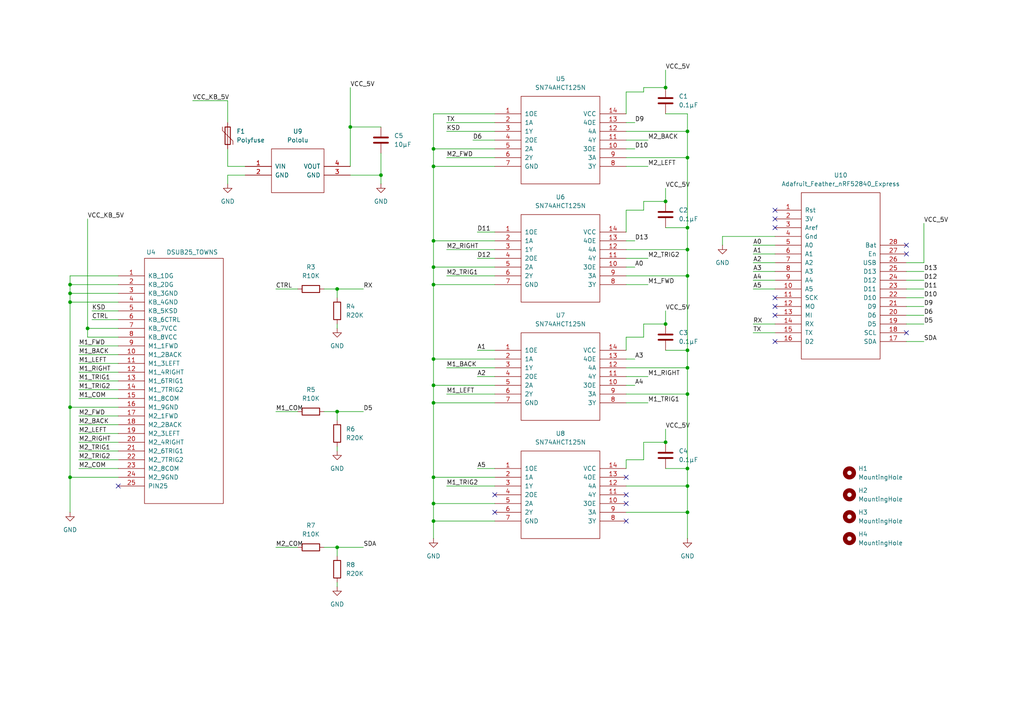
<source format=kicad_sch>
(kicad_sch (version 20250114) (generator "eeschema") (generator_version "9.0")
  (paper "A4")
  (lib_symbols
    (symbol "Device:C" (pin_numbers (hide yes)) (pin_names (offset 0.254))
      (property "Reference" "C" (at 0.635 2.54 0))
      (property "Value" "C" (at 0.635 -2.54 0))
      (symbol "C_0_1"
        (polyline (pts (xy -2.032 0.762) (xy 2.032 0.762)) (stroke (width 0.508)))
        (polyline (pts (xy -2.032 -0.762) (xy 2.032 -0.762)) (stroke (width 0.508)))
      )
      (symbol "C_1_1"
        (pin passive line (at 0 3.81 270) (length 2.794) (name "~") (number "1"))
        (pin passive line (at 0 -3.81 90) (length 2.794) (name "~") (number "2"))
      )
    )
    (symbol "Device:Polyfuse" (pin_numbers (hide yes)) (pin_names (offset 0))
      (property "Reference" "F" (at -2.54 0 90))
      (property "Value" "Polyfuse" (at 2.54 0 90))
      (symbol "Polyfuse_0_1"
        (polyline (pts (xy -1.524 2.54) (xy -1.524 1.524) (xy 1.524 -1.524) (xy 1.524 -2.54)))
        (rectangle (start -0.762 2.54) (end 0.762 -2.54) (stroke (width 0.254)))
        (polyline (pts (xy 0 2.54) (xy 0 -2.54)))
      )
      (symbol "Polyfuse_1_1"
        (pin passive line (at 0 3.81 270) (length 1.27) (name "~") (number "1"))
        (pin passive line (at 0 -3.81 90) (length 1.27) (name "~") (number "2"))
      )
    )
    (symbol "Local_Library:Adafruit_Feather_nRF52840_Express" (pin_names (offset 1.016))
      (property "Reference" "U" (at 0 -2.54 0))
      (property "Value" "Adafruit_Feather_nRF52840_Express" (at 0 2.54 0))
      (symbol "Adafruit_Feather_nRF52840_Express_1_0"
        (rectangle (start -11.43 -24.13) (end 11.43 24.13))
      )
      (symbol "Adafruit_Feather_nRF52840_Express_1_1"
        (pin input line (at -19.05 19.05 0) (length 7.62) (name "Rst") (number "1"))
        (pin input line (at -19.05 16.51 0) (length 7.62) (name "3V") (number "2"))
        (pin input line (at -19.05 13.97 0) (length 7.62) (name "Aref") (number "3"))
        (pin input line (at -19.05 11.43 0) (length 7.62) (name "Gnd") (number "4"))
        (pin input line (at -19.05 8.89 0) (length 7.62) (name "A0") (number "5"))
        (pin input line (at -19.05 6.35 0) (length 7.62) (name "A1") (number "6"))
        (pin input line (at -19.05 3.81 0) (length 7.62) (name "A2") (number "7"))
        (pin input line (at -19.05 1.27 0) (length 7.62) (name "A3") (number "8"))
        (pin input line (at -19.05 -1.27 0) (length 7.62) (name "A4") (number "9"))
        (pin input line (at -19.05 -3.81 0) (length 7.62) (name "A5") (number "10"))
        (pin input line (at -19.05 -6.35 0) (length 7.62) (name "SCK") (number "11"))
        (pin input line (at -19.05 -8.89 0) (length 7.62) (name "MO") (number "12"))
        (pin input line (at -19.05 -11.43 0) (length 7.62) (name "MI") (number "13"))
        (pin input line (at -19.05 -13.97 0) (length 7.62) (name "RX") (number "14"))
        (pin input line (at -19.05 -16.51 0) (length 7.62) (name "TX") (number "15"))
        (pin input line (at -19.05 -19.05 0) (length 7.62) (name "D2") (number "16"))
        (pin input line (at 19.05 8.89 180) (length 7.62) (name "Bat") (number "28"))
        (pin input line (at 19.05 6.35 180) (length 7.62) (name "En") (number "27"))
        (pin input line (at 19.05 3.81 180) (length 7.62) (name "USB") (number "26"))
        (pin input line (at 19.05 1.27 180) (length 7.62) (name "D13") (number "25"))
        (pin input line (at 19.05 -1.27 180) (length 7.62) (name "D12") (number "24"))
        (pin input line (at 19.05 -3.81 180) (length 7.62) (name "D11") (number "23"))
        (pin input line (at 19.05 -6.35 180) (length 7.62) (name "D10") (number "22"))
        (pin input line (at 19.05 -8.89 180) (length 7.62) (name "D9") (number "21"))
        (pin input line (at 19.05 -11.43 180) (length 7.62) (name "D6") (number "20"))
        (pin input line (at 19.05 -13.97 180) (length 7.62) (name "D5") (number "19"))
        (pin input line (at 19.05 -16.51 180) (length 7.62) (name "SCL") (number "18"))
        (pin input line (at 19.05 -19.05 180) (length 7.62) (name "SDA") (number "17"))
      )
    )
    (symbol "Local_Library:DSUB25_TOWNS" (pin_names (offset 1.016))
      (property "Reference" "U" (at 0 -2.54 0))
      (property "Value" "DSUB25_TOWNS" (at 0 2.54 0))
      (symbol "DSUB25_TOWNS_1_0"
        (rectangle (start -11.43 -35.56) (end 11.43 35.56))
      )
      (symbol "DSUB25_TOWNS_1_1"
        (pin input line (at -19.05 30.48 0) (length 7.62) (name "KB_1DG") (number "1"))
        (pin input line (at -19.05 27.94 0) (length 7.62) (name "KB_2DG") (number "2"))
        (pin input line (at -19.05 25.4 0) (length 7.62) (name "KB_3GND") (number "3"))
        (pin input line (at -19.05 22.86 0) (length 7.62) (name "KB_4GND") (number "4"))
        (pin input line (at -19.05 20.32 0) (length 7.62) (name "KB_5KSD") (number "5"))
        (pin input line (at -19.05 17.78 0) (length 7.62) (name "KB_6CTRL") (number "6"))
        (pin input line (at -19.05 15.24 0) (length 7.62) (name "KB_7VCC") (number "7"))
        (pin input line (at -19.05 12.7 0) (length 7.62) (name "KB_8VCC") (number "8"))
        (pin input line (at -19.05 10.16 0) (length 7.62) (name "M1_1FWD") (number "9"))
        (pin input line (at -19.05 7.62 0) (length 7.62) (name "M1_2BACK") (number "10"))
        (pin input line (at -19.05 5.08 0) (length 7.62) (name "M1_3LEFT") (number "11"))
        (pin input line (at -19.05 2.54 0) (length 7.62) (name "M1_4RIGHT") (number "12"))
        (pin input line (at -19.05 0 0) (length 7.62) (name "M1_6TRIG1") (number "13"))
        (pin input line (at -19.05 -2.54 0) (length 7.62) (name "M1_7TRIG2") (number "14"))
        (pin input line (at -19.05 -5.08 0) (length 7.62) (name "M1_8COM") (number "15"))
        (pin input line (at -19.05 -7.62 0) (length 7.62) (name "M1_9GND") (number "16"))
        (pin input line (at -19.05 -10.16 0) (length 7.62) (name "M2_1FWD") (number "17"))
        (pin input line (at -19.05 -12.7 0) (length 7.62) (name "M2_2BACK") (number "18"))
        (pin input line (at -19.05 -15.24 0) (length 7.62) (name "M2_3LEFT") (number "19"))
        (pin input line (at -19.05 -17.78 0) (length 7.62) (name "M2_4RIGHT") (number "20"))
        (pin input line (at -19.05 -20.32 0) (length 7.62) (name "M2_6TRIG1") (number "21"))
        (pin input line (at -19.05 -22.86 0) (length 7.62) (name "M2_7TRIG2") (number "22"))
        (pin input line (at -19.05 -25.4 0) (length 7.62) (name "M2_8COM") (number "23"))
        (pin input line (at -19.05 -27.94 0) (length 7.62) (name "M2_9GND") (number "24"))
        (pin input line (at -19.05 -30.48 0) (length 7.62) (name "PIN25") (number "25"))
      )
    )
    (symbol "Local_Library:MountingHole" (pin_names (offset 1.016)) (exclude_from_sim yes) (in_bom no)
      (property "Reference" "H" (at 0 5.08 0))
      (property "Value" "MountingHole" (at 0 3.175 0))
      (symbol "MountingHole_0_1"
        (circle (center 0 0) (radius 1.27) (stroke (width 1.27)))
      )
    )
    (symbol "Local_Library:Pololu" (pin_names (offset 1.016))
      (property "Reference" "U" (at -3.81 -4.064 0))
      (property "Value" "Pololu" (at -3.81 4.572 0))
      (symbol "Pololu_1_0"
        (rectangle (start -11.43 6.35) (end 3.81 -6.35))
      )
      (symbol "Pololu_1_1"
        (pin power_in line (at -19.05 1.27 0) (length 7.62) (name "VIN") (number "1"))
        (pin input line (at -19.05 -1.27 0) (length 7.62) (name "GND") (number "2"))
        (pin input line (at 11.43 1.27 180) (length 7.62) (name "VOUT") (number "4"))
        (pin input line (at 11.43 -1.27 180) (length 7.62) (name "GND") (number "3"))
      )
    )
    (symbol "Local_Library:R" (pin_numbers (hide yes)) (pin_names (offset 0))
      (property "Reference" "R" (at 2.032 0 90))
      (property "Value" "R" (at 0 0 90))
      (symbol "R_0_1"
        (rectangle (start -1.016 -2.54) (end 1.016 2.54) (stroke (width 0.254)))
      )
      (symbol "R_1_1"
        (pin passive line (at 0 3.81 270) (length 1.27) (name "~") (number "1"))
        (pin passive line (at 0 -3.81 90) (length 1.27) (name "~") (number "2"))
      )
    )
    (symbol "Local_Library:SN74AHCT125N" (pin_names (offset 1.016))
      (property "Reference" "U" (at 0 -2.54 0))
      (property "Value" "SN74AHCT125N" (at 0 2.54 0))
      (symbol "SN74AHCT125N_1_0"
        (rectangle (start -11.43 -12.7) (end 11.43 12.7))
      )
      (symbol "SN74AHCT125N_1_1"
        (pin input line (at -19.05 7.62 0) (length 7.62) (name "1OE") (number "1"))
        (pin input line (at -19.05 5.08 0) (length 7.62) (name "1A") (number "2"))
        (pin input line (at -19.05 2.54 0) (length 7.62) (name "1Y") (number "3"))
        (pin input line (at -19.05 0 0) (length 7.62) (name "2OE") (number "4"))
        (pin input line (at -19.05 -2.54 0) (length 7.62) (name "2A") (number "5"))
        (pin input line (at -19.05 -5.08 0) (length 7.62) (name "2Y") (number "6"))
        (pin input line (at -19.05 -7.62 0) (length 7.62) (name "GND") (number "7"))
        (pin input line (at 19.05 7.62 180) (length 7.62) (name "VCC") (number "14"))
        (pin input line (at 19.05 5.08 180) (length 7.62) (name "4OE") (number "13"))
        (pin input line (at 19.05 2.54 180) (length 7.62) (name "4A") (number "12"))
        (pin input line (at 19.05 0 180) (length 7.62) (name "4Y") (number "11"))
        (pin input line (at 19.05 -2.54 180) (length 7.62) (name "3OE") (number "10"))
        (pin input line (at 19.05 -5.08 180) (length 7.62) (name "3A") (number "9"))
        (pin input line (at 19.05 -7.62 180) (length 7.62) (name "3Y") (number "8"))
      )
    )
    (symbol "power:GND" (power) (pin_numbers (hide yes)) (pin_names (offset 0) (hide yes))
      (property "Value" "GND" (at 0 -3.81 0))
      (symbol "GND_0_1"
        (polyline (pts (xy 0 0) (xy 0 -1.27) (xy 1.27 -1.27) (xy 0 -2.54) (xy -1.27 -1.27) (xy 0 -1.27)))
      )
      (symbol "GND_1_1"
        (pin power_in line (at 0 0 270) (length 0) (name "~") (number "1"))
      )
    )
  )
  (junction (at 125.73 69.85))
  (junction (at 20.32 85.09))
  (junction (at 199.39 66.04))
  (junction (at 199.39 38.1))
  (junction (at 199.39 101.6))
  (junction (at 199.39 106.68))
  (junction (at 125.73 43.18))
  (junction (at 199.39 80.01))
  (junction (at 199.39 72.39))
  (junction (at 97.79 119.38))
  (junction (at 125.73 104.14))
  (junction (at 101.6 36.83))
  (junction (at 125.73 138.43))
  (junction (at 199.39 140.97))
  (junction (at 20.32 138.43))
  (junction (at 193.04 128.27))
  (junction (at 193.04 93.98))
  (junction (at 125.73 116.84))
  (junction (at 199.39 114.3))
  (junction (at 20.32 118.11))
  (junction (at 193.04 25.4))
  (junction (at 110.49 50.8))
  (junction (at 125.73 77.47))
  (junction (at 199.39 135.89))
  (junction (at 20.32 87.63))
  (junction (at 193.04 58.42))
  (junction (at 25.4 95.25))
  (junction (at 199.39 148.59))
  (junction (at 125.73 111.76))
  (junction (at 20.32 82.55))
  (junction (at 97.79 158.75))
  (junction (at 125.73 151.13))
  (junction (at 199.39 45.72))
  (junction (at 125.73 146.05))
  (junction (at 125.73 82.55))
  (junction (at 125.73 48.26))
  (junction (at 97.79 83.82))
  (no_connect (at 224.79 86.36))
  (no_connect (at 34.29 140.97))
  (no_connect (at 262.89 71.12))
  (no_connect (at 224.79 66.04))
  (no_connect (at 181.61 138.43))
  (no_connect (at 181.61 143.51))
  (no_connect (at 224.79 88.9))
  (no_connect (at 224.79 91.44))
  (no_connect (at 181.61 151.13))
  (no_connect (at 143.51 148.59))
  (no_connect (at 262.89 73.66))
  (no_connect (at 181.61 146.05))
  (no_connect (at 224.79 60.96))
  (no_connect (at 224.79 63.5))
  (no_connect (at 262.89 96.52))
  (no_connect (at 224.79 99.06))
  (no_connect (at 143.51 143.51))
  (wire (pts (xy 125.73 104.14) (xy 125.73 111.76)))
  (wire (pts (xy 199.39 140.97) (xy 199.39 148.59)))
  (wire (pts (xy 224.79 68.58) (xy 209.55 68.58)))
  (wire (pts (xy 20.32 138.43) (xy 34.29 138.43)))
  (wire (pts (xy 186.69 26.67) (xy 181.61 26.67)))
  (wire (pts (xy 181.61 80.01) (xy 199.39 80.01)))
  (wire (pts (xy 125.73 111.76) (xy 125.73 116.84)))
  (wire (pts (xy 125.73 151.13) (xy 143.51 151.13)))
  (wire (pts (xy 22.86 105.41) (xy 34.29 105.41)))
  (wire (pts (xy 125.73 43.18) (xy 143.51 43.18)))
  (wire (pts (xy 218.44 83.82) (xy 224.79 83.82)))
  (wire (pts (xy 66.04 29.21) (xy 66.04 35.56)))
  (wire (pts (xy 110.49 50.8) (xy 110.49 53.34)))
  (wire (pts (xy 193.04 33.02) (xy 199.39 33.02)))
  (wire (pts (xy 199.39 33.02) (xy 199.39 38.1)))
  (wire (pts (xy 199.39 135.89) (xy 199.39 140.97)))
  (wire (pts (xy 262.89 83.82) (xy 267.97 83.82)))
  (wire (pts (xy 199.39 106.68) (xy 199.39 114.3)))
  (wire (pts (xy 181.61 114.3) (xy 199.39 114.3)))
  (wire (pts (xy 181.61 97.79) (xy 181.61 101.6)))
  (wire (pts (xy 137.16 40.64) (xy 143.51 40.64)))
  (wire (pts (xy 138.43 101.6) (xy 143.51 101.6)))
  (wire (pts (xy 125.73 77.47) (xy 143.51 77.47)))
  (wire (pts (xy 199.39 101.6) (xy 199.39 106.68)))
  (wire (pts (xy 199.39 72.39) (xy 199.39 80.01)))
  (wire (pts (xy 25.4 63.5) (xy 25.4 95.25)))
  (wire (pts (xy 25.4 95.25) (xy 25.4 97.79)))
  (wire (pts (xy 22.86 113.03) (xy 34.29 113.03)))
  (wire (pts (xy 97.79 158.75) (xy 105.41 158.75)))
  (wire (pts (xy 129.54 114.3) (xy 143.51 114.3)))
  (wire (pts (xy 129.54 140.97) (xy 143.51 140.97)))
  (wire (pts (xy 125.73 104.14) (xy 143.51 104.14)))
  (wire (pts (xy 181.61 77.47) (xy 184.15 77.47)))
  (wire (pts (xy 193.04 135.89) (xy 199.39 135.89)))
  (wire (pts (xy 97.79 161.29) (xy 97.79 158.75)))
  (wire (pts (xy 129.54 45.72) (xy 143.51 45.72)))
  (wire (pts (xy 218.44 78.74) (xy 224.79 78.74)))
  (wire (pts (xy 181.61 148.59) (xy 199.39 148.59)))
  (wire (pts (xy 125.73 69.85) (xy 125.73 77.47)))
  (wire (pts (xy 34.29 118.11) (xy 20.32 118.11)))
  (wire (pts (xy 181.61 38.1) (xy 199.39 38.1)))
  (wire (pts (xy 125.73 116.84) (xy 143.51 116.84)))
  (wire (pts (xy 138.43 74.93) (xy 143.51 74.93)))
  (wire (pts (xy 186.69 133.35) (xy 181.61 133.35)))
  (wire (pts (xy 262.89 93.98) (xy 267.97 93.98)))
  (wire (pts (xy 181.61 72.39) (xy 199.39 72.39)))
  (wire (pts (xy 262.89 99.06) (xy 267.97 99.06)))
  (wire (pts (xy 186.69 60.96) (xy 186.69 58.42)))
  (wire (pts (xy 181.61 140.97) (xy 199.39 140.97)))
  (wire (pts (xy 22.86 123.19) (xy 34.29 123.19)))
  (wire (pts (xy 20.32 87.63) (xy 34.29 87.63)))
  (wire (pts (xy 186.69 26.67) (xy 186.69 25.4)))
  (wire (pts (xy 193.04 90.17) (xy 193.04 93.98)))
  (wire (pts (xy 20.32 80.01) (xy 20.32 82.55)))
  (wire (pts (xy 262.89 76.2) (xy 267.97 76.2)))
  (wire (pts (xy 218.44 76.2) (xy 224.79 76.2)))
  (wire (pts (xy 97.79 168.91) (xy 97.79 170.18)))
  (wire (pts (xy 125.73 116.84) (xy 125.73 138.43)))
  (wire (pts (xy 125.73 33.02) (xy 143.51 33.02)))
  (wire (pts (xy 22.86 128.27) (xy 34.29 128.27)))
  (wire (pts (xy 22.86 107.95) (xy 34.29 107.95)))
  (wire (pts (xy 193.04 124.46) (xy 193.04 128.27)))
  (wire (pts (xy 93.98 119.38) (xy 97.79 119.38)))
  (wire (pts (xy 22.86 115.57) (xy 34.29 115.57)))
  (wire (pts (xy 262.89 86.36) (xy 267.97 86.36)))
  (wire (pts (xy 66.04 50.8) (xy 71.12 50.8)))
  (wire (pts (xy 186.69 25.4) (xy 193.04 25.4)))
  (wire (pts (xy 125.73 48.26) (xy 143.51 48.26)))
  (wire (pts (xy 218.44 96.52) (xy 224.79 96.52)))
  (wire (pts (xy 125.73 69.85) (xy 143.51 69.85)))
  (wire (pts (xy 101.6 50.8) (xy 110.49 50.8)))
  (wire (pts (xy 181.61 48.26) (xy 187.96 48.26)))
  (wire (pts (xy 181.61 60.96) (xy 181.61 67.31)))
  (wire (pts (xy 186.69 60.96) (xy 181.61 60.96)))
  (wire (pts (xy 125.73 77.47) (xy 125.73 82.55)))
  (wire (pts (xy 26.67 90.17) (xy 34.29 90.17)))
  (wire (pts (xy 129.54 72.39) (xy 143.51 72.39)))
  (wire (pts (xy 181.61 35.56) (xy 184.15 35.56)))
  (wire (pts (xy 22.86 110.49) (xy 34.29 110.49)))
  (wire (pts (xy 186.69 97.79) (xy 181.61 97.79)))
  (wire (pts (xy 97.79 121.92) (xy 97.79 119.38)))
  (wire (pts (xy 181.61 104.14) (xy 184.15 104.14)))
  (wire (pts (xy 181.61 26.67) (xy 181.61 33.02)))
  (wire (pts (xy 22.86 135.89) (xy 34.29 135.89)))
  (wire (pts (xy 199.39 80.01) (xy 199.39 101.6)))
  (wire (pts (xy 218.44 73.66) (xy 224.79 73.66)))
  (wire (pts (xy 22.86 100.33) (xy 34.29 100.33)))
  (wire (pts (xy 181.61 82.55) (xy 187.96 82.55)))
  (wire (pts (xy 22.86 130.81) (xy 34.29 130.81)))
  (wire (pts (xy 20.32 82.55) (xy 34.29 82.55)))
  (wire (pts (xy 218.44 93.98) (xy 224.79 93.98)))
  (wire (pts (xy 262.89 88.9) (xy 267.97 88.9)))
  (wire (pts (xy 125.73 82.55) (xy 125.73 104.14)))
  (wire (pts (xy 181.61 43.18) (xy 184.15 43.18)))
  (wire (pts (xy 218.44 81.28) (xy 224.79 81.28)))
  (wire (pts (xy 20.32 85.09) (xy 20.32 87.63)))
  (wire (pts (xy 97.79 93.98) (xy 97.79 95.25)))
  (wire (pts (xy 22.86 120.65) (xy 34.29 120.65)))
  (wire (pts (xy 181.61 69.85) (xy 184.15 69.85)))
  (wire (pts (xy 66.04 43.18) (xy 66.04 48.26)))
  (wire (pts (xy 125.73 82.55) (xy 143.51 82.55)))
  (wire (pts (xy 138.43 135.89) (xy 143.51 135.89)))
  (wire (pts (xy 186.69 128.27) (xy 193.04 128.27)))
  (wire (pts (xy 97.79 83.82) (xy 105.41 83.82)))
  (wire (pts (xy 181.61 111.76) (xy 184.15 111.76)))
  (wire (pts (xy 181.61 106.68) (xy 199.39 106.68)))
  (wire (pts (xy 199.39 45.72) (xy 199.39 66.04)))
  (wire (pts (xy 97.79 119.38) (xy 105.41 119.38)))
  (wire (pts (xy 125.73 151.13) (xy 125.73 156.21)))
  (wire (pts (xy 199.39 114.3) (xy 199.39 135.89)))
  (wire (pts (xy 129.54 38.1) (xy 143.51 38.1)))
  (wire (pts (xy 181.61 45.72) (xy 199.39 45.72)))
  (wire (pts (xy 93.98 83.82) (xy 97.79 83.82)))
  (wire (pts (xy 129.54 106.68) (xy 143.51 106.68)))
  (wire (pts (xy 193.04 20.32) (xy 193.04 25.4)))
  (wire (pts (xy 101.6 25.4) (xy 101.6 36.83)))
  (wire (pts (xy 218.44 71.12) (xy 224.79 71.12)))
  (wire (pts (xy 66.04 48.26) (xy 71.12 48.26)))
  (wire (pts (xy 22.86 102.87) (xy 34.29 102.87)))
  (wire (pts (xy 125.73 33.02) (xy 125.73 43.18)))
  (wire (pts (xy 186.69 58.42) (xy 193.04 58.42)))
  (wire (pts (xy 262.89 78.74) (xy 267.97 78.74)))
  (wire (pts (xy 267.97 64.77) (xy 267.97 76.2)))
  (wire (pts (xy 262.89 91.44) (xy 267.97 91.44)))
  (wire (pts (xy 34.29 97.79) (xy 25.4 97.79)))
  (wire (pts (xy 209.55 68.58) (xy 209.55 71.12)))
  (wire (pts (xy 129.54 80.01) (xy 143.51 80.01)))
  (wire (pts (xy 193.04 66.04) (xy 199.39 66.04)))
  (wire (pts (xy 25.4 95.25) (xy 34.29 95.25)))
  (wire (pts (xy 22.86 125.73) (xy 34.29 125.73)))
  (wire (pts (xy 125.73 138.43) (xy 143.51 138.43)))
  (wire (pts (xy 20.32 87.63) (xy 20.32 118.11)))
  (wire (pts (xy 199.39 148.59) (xy 199.39 156.21)))
  (wire (pts (xy 80.01 158.75) (xy 86.36 158.75)))
  (wire (pts (xy 181.61 116.84) (xy 187.96 116.84)))
  (wire (pts (xy 129.54 35.56) (xy 143.51 35.56)))
  (wire (pts (xy 125.73 43.18) (xy 125.73 48.26)))
  (wire (pts (xy 181.61 74.93) (xy 187.96 74.93)))
  (wire (pts (xy 138.43 67.31) (xy 143.51 67.31)))
  (wire (pts (xy 181.61 133.35) (xy 181.61 135.89)))
  (wire (pts (xy 20.32 82.55) (xy 20.32 85.09)))
  (wire (pts (xy 97.79 129.54) (xy 97.79 130.81)))
  (wire (pts (xy 101.6 36.83) (xy 101.6 48.26)))
  (wire (pts (xy 93.98 158.75) (xy 97.79 158.75)))
  (wire (pts (xy 125.73 146.05) (xy 143.51 146.05)))
  (wire (pts (xy 80.01 83.82) (xy 86.36 83.82)))
  (wire (pts (xy 97.79 86.36) (xy 97.79 83.82)))
  (wire (pts (xy 181.61 40.64) (xy 187.96 40.64)))
  (wire (pts (xy 193.04 101.6) (xy 199.39 101.6)))
  (wire (pts (xy 125.73 48.26) (xy 125.73 69.85)))
  (wire (pts (xy 101.6 36.83) (xy 110.49 36.83)))
  (wire (pts (xy 125.73 146.05) (xy 125.73 151.13)))
  (wire (pts (xy 138.43 109.22) (xy 143.51 109.22)))
  (wire (pts (xy 110.49 44.45) (xy 110.49 50.8)))
  (wire (pts (xy 125.73 138.43) (xy 125.73 146.05)))
  (wire (pts (xy 186.69 93.98) (xy 193.04 93.98)))
  (wire (pts (xy 22.86 133.35) (xy 34.29 133.35)))
  (wire (pts (xy 181.61 109.22) (xy 187.96 109.22)))
  (wire (pts (xy 186.69 133.35) (xy 186.69 128.27)))
  (wire (pts (xy 66.04 53.34) (xy 66.04 50.8)))
  (wire (pts (xy 186.69 97.79) (xy 186.69 93.98)))
  (wire (pts (xy 34.29 80.01) (xy 20.32 80.01)))
  (wire (pts (xy 125.73 111.76) (xy 143.51 111.76)))
  (wire (pts (xy 20.32 138.43) (xy 20.32 148.59)))
  (wire (pts (xy 199.39 66.04) (xy 199.39 72.39)))
  (wire (pts (xy 199.39 38.1) (xy 199.39 45.72)))
  (wire (pts (xy 26.67 92.71) (xy 34.29 92.71)))
  (wire (pts (xy 262.89 81.28) (xy 267.97 81.28)))
  (wire (pts (xy 80.01 119.38) (xy 86.36 119.38)))
  (wire (pts (xy 20.32 85.09) (xy 34.29 85.09)))
  (wire (pts (xy 55.88 29.21) (xy 66.04 29.21)))
  (wire (pts (xy 193.04 54.61) (xy 193.04 58.42)))
  (wire (pts (xy 20.32 118.11) (xy 20.32 138.43)))
  (label "M1_LEFT" (at 22.86 105.41 0))
  (label "A2" (at 218.44 76.2 0))
  (label "A0" (at 184.15 77.47 0))
  (label "M1_RIGHT" (at 22.86 107.95 0))
  (label "VCC_KB_5V" (at 55.88 29.21 0))
  (label "M2_BACK" (at 22.86 123.19 0))
  (label "D11" (at 138.43 67.31 0))
  (label "VCC_5V" (at 101.6 25.4 0))
  (label "D10" (at 267.97 86.36 0))
  (label "RX" (at 218.44 93.98 0))
  (label "M2_TRIG2" (at 187.96 74.93 0))
  (label "VCC_5V" (at 193.04 20.32 0))
  (label "M1_RIGHT" (at 187.96 109.22 0))
  (label "VCC_5V" (at 267.97 64.77 0))
  (label "D9" (at 184.15 35.56 0))
  (label "M2_COM" (at 80.01 158.75 0))
  (label "D10" (at 184.15 43.18 0))
  (label "M2_BACK" (at 187.96 40.64 0))
  (label "A0" (at 218.44 71.12 0))
  (label "TX" (at 218.44 96.52 0))
  (label "D9" (at 267.97 88.9 0))
  (label "D12" (at 138.43 74.93 0))
  (label "D5" (at 105.41 119.38 0))
  (label "KSD" (at 26.67 90.17 0))
  (label "TX" (at 129.54 35.56 0))
  (label "CTRL" (at 26.67 92.71 0))
  (label "M2_TRIG2" (at 22.86 133.35 0))
  (label "M1_TRIG1" (at 187.96 116.84 0))
  (label "M2_LEFT" (at 187.96 48.26 0))
  (label "M2_FWD" (at 22.86 120.65 0))
  (label "VCC_5V" (at 193.04 90.17 0))
  (label "M2_COM" (at 22.86 135.89 0))
  (label "M1_COM" (at 80.01 119.38 0))
  (label "D12" (at 267.97 81.28 0))
  (label "RX" (at 105.41 83.82 0))
  (label "M1_COM" (at 22.86 115.57 0))
  (label "VCC_KB_5V" (at 25.4 63.5 0))
  (label "A5" (at 138.43 135.89 0))
  (label "D13" (at 267.97 78.74 0))
  (label "A1" (at 138.43 101.6 0))
  (label "M1_TRIG2" (at 129.54 140.97 0))
  (label "M2_LEFT" (at 22.86 125.73 0))
  (label "SDA" (at 267.97 99.06 0))
  (label "M2_TRIG1" (at 22.86 130.81 0))
  (label "A4" (at 218.44 81.28 0))
  (label "VCC_5V" (at 193.04 54.61 0))
  (label "CTRL" (at 80.01 83.82 0))
  (label "KSD" (at 129.54 38.1 0))
  (label "M2_RIGHT" (at 22.86 128.27 0))
  (label "SDA" (at 105.41 158.75 0))
  (label "M1_FWD" (at 187.96 82.55 0))
  (label "M1_LEFT" (at 129.54 114.3 0))
  (label "D6" (at 137.16 40.64 0))
  (label "M1_TRIG2" (at 22.86 113.03 0))
  (label "M1_FWD" (at 22.86 100.33 0))
  (label "A1" (at 218.44 73.66 0))
  (label "M1_BACK" (at 129.54 106.68 0))
  (label "D11" (at 267.97 83.82 0))
  (label "D13" (at 184.15 69.85 0))
  (label "M1_BACK" (at 22.86 102.87 0))
  (label "VCC_5V" (at 193.04 124.46 0))
  (label "A5" (at 218.44 83.82 0))
  (label "A2" (at 138.43 109.22 0))
  (label "M2_TRIG1" (at 129.54 80.01 0))
  (label "M2_FWD" (at 129.54 45.72 0))
  (label "D5" (at 267.97 93.98 0))
  (label "M2_RIGHT" (at 129.54 72.39 0))
  (label "A4" (at 184.15 111.76 0))
  (label "D6" (at 267.97 91.44 0))
  (label "A3" (at 218.44 78.74 0))
  (label "A3" (at 184.15 104.14 0))
  (label "M1_TRIG1" (at 22.86 110.49 0))
  (symbol (lib_id "Local_Library:MountingHole") (at 246.38 143.51 0) (unit 1) (exclude_from_sim yes) (in_bom no)
    (property "Reference" "H2" (at 248.92 142.2399 0) (effects (justify left)))
    (property "Value" "MountingHole" (at 248.92 144.7799 0) (effects (justify left)))
    (property "Footprint" "Local_Footprint:MountingHole_3.2mm_M3" (effects (hide yes)))
    (property "Description" "Mounting Hole without connection" (effects (hide yes)))
  )
  (symbol (lib_id "Local_Library:Pololu") (at 90.17 49.53 0) (unit 1)
    (property "Reference" "U9" (at 86.36 38.1 0))
    (property "Value" "Pololu" (at 86.36 40.64 0))
    (property "Footprint" "MODULE" (effects (hide yes)))
    (property "Datasheet" "DOCUMENTATION" (effects (hide yes)))
  )
  (symbol (lib_id "Local_Library:MountingHole") (at 246.38 137.16 0) (unit 1) (exclude_from_sim yes) (in_bom no)
    (property "Reference" "H1" (at 248.92 135.8899 0) (effects (justify left)))
    (property "Value" "MountingHole" (at 248.92 138.4299 0) (effects (justify left)))
    (property "Footprint" "Local_Footprint:MountingHole_3.2mm_M3" (effects (hide yes)))
    (property "Description" "Mounting Hole without connection" (effects (hide yes)))
  )
  (symbol (lib_id "Device:C") (at 193.04 29.21 0) (unit 1)
    (property "Reference" "C1" (at 196.85 27.9399 0) (effects (justify left)))
    (property "Value" "0.1μF" (at 196.85 30.4799 0) (effects (justify left)))
    (property "Footprint" "Resistor_THT:R_Axial_DIN0204_L3.6mm_D1.6mm_P5.08mm_Horizontal" (effects (hide yes)))
    (property "Description" "Unpolarized capacitor" (effects (hide yes)))
  )
  (symbol (lib_id "Local_Library:R") (at 90.17 119.38 90) (unit 1)
    (property "Reference" "R5" (at 90.17 113.03 90))
    (property "Value" "R10K" (at 90.17 115.57 90))
    (property "Footprint" "Resistor_THT:R_Axial_DIN0204_L3.6mm_D1.6mm_P7.62mm_Horizontal" (effects (hide yes)))
    (property "Description" "Resistor" (effects (hide yes)))
  )
  (symbol (lib_id "Local_Library:R") (at 97.79 165.1 0) (unit 1)
    (property "Reference" "R8" (at 100.33 163.8299 0) (effects (justify left)))
    (property "Value" "R20K" (at 100.33 166.3699 0) (effects (justify left)))
    (property "Footprint" "Resistor_THT:R_Axial_DIN0204_L3.6mm_D1.6mm_P7.62mm_Horizontal" (effects (hide yes)))
    (property "Description" "Resistor" (effects (hide yes)))
  )
  (symbol (lib_id "Local_Library:MountingHole") (at 246.38 149.86 0) (unit 1) (exclude_from_sim yes) (in_bom no)
    (property "Reference" "H3" (at 248.92 148.5899 0) (effects (justify left)))
    (property "Value" "MountingHole" (at 248.92 151.1299 0) (effects (justify left)))
    (property "Footprint" "Local_Footprint:MountingHole_3.2mm_M3" (effects (hide yes)))
    (property "Description" "Mounting Hole without connection" (effects (hide yes)))
  )
  (symbol (lib_id "Local_Library:MountingHole") (at 246.38 156.21 0) (unit 1) (exclude_from_sim yes) (in_bom no)
    (property "Reference" "H4" (at 248.92 154.9399 0) (effects (justify left)))
    (property "Value" "MountingHole" (at 248.92 157.4799 0) (effects (justify left)))
    (property "Footprint" "Local_Footprint:MountingHole_3.2mm_M3" (effects (hide yes)))
    (property "Description" "Mounting Hole without connection" (effects (hide yes)))
  )
  (symbol (lib_id "Device:C") (at 110.49 40.64 0) (unit 1)
    (property "Reference" "C5" (at 114.3 39.3699 0) (effects (justify left)))
    (property "Value" "10µF" (at 114.3 41.9099 0) (effects (justify left)))
    (property "Footprint" "Local_Footprint:CIP_CAPACITOR_C_1206_3216Metric_Pad1.33x1.80mm_HandSolder" (effects (hide yes)))
    (property "Description" "Unpolarized capacitor" (effects (hide yes)))
  )
  (symbol (lib_id "Local_Library:SN74AHCT125N") (at 162.56 143.51 0) (unit 1)
    (property "Reference" "U8" (at 162.56 125.73 0))
    (property "Value" "SN74AHCT125N" (at 162.56 128.27 0))
    (property "Footprint" "MODULE" (effects (hide yes)))
    (property "Datasheet" "DOCUMENTATION" (effects (hide yes)))
  )
  (symbol (lib_id "Local_Library:R") (at 90.17 83.82 90) (unit 1)
    (property "Reference" "R3" (at 90.17 77.47 90))
    (property "Value" "R10K" (at 90.17 80.01 90))
    (property "Footprint" "Resistor_THT:R_Axial_DIN0204_L3.6mm_D1.6mm_P7.62mm_Horizontal" (effects (hide yes)))
    (property "Description" "Resistor" (effects (hide yes)))
  )
  (symbol (lib_id "Local_Library:R") (at 97.79 90.17 0) (unit 1)
    (property "Reference" "R4" (at 100.33 88.8999 0) (effects (justify left)))
    (property "Value" "R20K" (at 100.33 91.4399 0) (effects (justify left)))
    (property "Footprint" "Resistor_THT:R_Axial_DIN0204_L3.6mm_D1.6mm_P7.62mm_Horizontal" (effects (hide yes)))
    (property "Description" "Resistor" (effects (hide yes)))
  )
  (symbol (lib_id "Local_Library:DSUB25_TOWNS") (at 53.34 110.49 0) (unit 1)
    (property "Reference" "U4" (at 42.418 73.152 0) (effects (justify left)))
    (property "Value" "DSUB25_TOWNS" (at 48.26 73.152 0) (effects (justify left)))
    (property "Footprint" "MODULE" (effects (hide yes)))
    (property "Datasheet" "DOCUMENTATION" (effects (hide yes)))
  )
  (symbol (lib_id "Local_Library:SN74AHCT125N") (at 162.56 40.64 0) (unit 1)
    (property "Reference" "U5" (at 162.56 22.86 0))
    (property "Value" "SN74AHCT125N" (at 162.56 25.4 0))
    (property "Footprint" "MODULE" (effects (hide yes)))
    (property "Datasheet" "DOCUMENTATION" (effects (hide yes)))
  )
  (symbol (lib_id "power:GND") (at 125.73 156.21 0) (unit 1)
    (property "Reference" "#PWR03" (effects (hide yes)))
    (property "Value" "GND" (at 125.73 161.29 0))
    (property "Description" "Power symbol creates a global label with name \"GND\" , ground" (effects (hide yes)))
  )
  (symbol (lib_id "power:GND") (at 20.32 148.59 0) (unit 1)
    (property "Reference" "#PWR010" (effects (hide yes)))
    (property "Value" "GND" (at 20.32 153.67 0))
    (property "Description" "Power symbol creates a global label with name \"GND\" , ground" (effects (hide yes)))
  )
  (symbol (lib_id "Local_Library:R") (at 90.17 158.75 90) (unit 1)
    (property "Reference" "R7" (at 90.17 152.4 90))
    (property "Value" "R10K" (at 90.17 154.94 90))
    (property "Footprint" "Resistor_THT:R_Axial_DIN0204_L3.6mm_D1.6mm_P7.62mm_Horizontal" (effects (hide yes)))
    (property "Description" "Resistor" (effects (hide yes)))
  )
  (symbol (lib_id "power:GND") (at 209.55 71.12 0) (unit 1)
    (property "Reference" "#PWR02" (effects (hide yes)))
    (property "Value" "GND" (at 209.55 76.2 0))
    (property "Description" "Power symbol creates a global label with name \"GND\" , ground" (effects (hide yes)))
  )
  (symbol (lib_id "power:GND") (at 110.49 53.34 0) (unit 1)
    (property "Reference" "#PWR05" (effects (hide yes)))
    (property "Value" "GND" (at 110.49 58.42 0))
    (property "Description" "Power symbol creates a global label with name \"GND\" , ground" (effects (hide yes)))
  )
  (symbol (lib_id "Local_Library:R") (at 97.79 125.73 0) (unit 1)
    (property "Reference" "R6" (at 100.33 124.4599 0) (effects (justify left)))
    (property "Value" "R20K" (at 100.33 126.9999 0) (effects (justify left)))
    (property "Footprint" "Resistor_THT:R_Axial_DIN0204_L3.6mm_D1.6mm_P7.62mm_Horizontal" (effects (hide yes)))
    (property "Description" "Resistor" (effects (hide yes)))
  )
  (symbol (lib_id "power:GND") (at 66.04 53.34 0) (unit 1)
    (property "Reference" "#PWR04" (effects (hide yes)))
    (property "Value" "GND" (at 66.04 58.42 0))
    (property "Description" "Power symbol creates a global label with name \"GND\" , ground" (effects (hide yes)))
  )
  (symbol (lib_id "power:GND") (at 97.79 95.25 0) (unit 1)
    (property "Reference" "#PWR07" (effects (hide yes)))
    (property "Value" "GND" (at 97.79 100.33 0))
    (property "Description" "Power symbol creates a global label with name \"GND\" , ground" (effects (hide yes)))
  )
  (symbol (lib_id "Device:C") (at 193.04 62.23 0) (unit 1)
    (property "Reference" "C2" (at 196.85 60.9599 0) (effects (justify left)))
    (property "Value" "0.1μF" (at 196.85 63.4999 0) (effects (justify left)))
    (property "Footprint" "Resistor_THT:R_Axial_DIN0204_L3.6mm_D1.6mm_P5.08mm_Horizontal" (effects (hide yes)))
    (property "Description" "Unpolarized capacitor" (effects (hide yes)))
  )
  (symbol (lib_id "Local_Library:SN74AHCT125N") (at 162.56 74.93 0) (unit 1)
    (property "Reference" "U6" (at 162.56 57.15 0))
    (property "Value" "SN74AHCT125N" (at 162.56 59.69 0))
    (property "Footprint" "MODULE" (effects (hide yes)))
    (property "Datasheet" "DOCUMENTATION" (effects (hide yes)))
  )
  (symbol (lib_id "Device:C") (at 193.04 132.08 0) (unit 1)
    (property "Reference" "C4" (at 196.85 130.8099 0) (effects (justify left)))
    (property "Value" "0.1μF" (at 196.85 133.3499 0) (effects (justify left)))
    (property "Footprint" "Resistor_THT:R_Axial_DIN0204_L3.6mm_D1.6mm_P5.08mm_Horizontal" (effects (hide yes)))
    (property "Description" "Unpolarized capacitor" (effects (hide yes)))
  )
  (symbol (lib_id "Device:Polyfuse") (at 66.04 39.37 0) (unit 1)
    (property "Reference" "F1" (at 68.58 38.0999 0) (effects (justify left)))
    (property "Value" "Polyfuse" (at 68.58 40.6399 0) (effects (justify left)))
    (property "Footprint" "Resistor_THT:R_Axial_DIN0204_L3.6mm_D1.6mm_P5.08mm_Horizontal" (effects (hide yes)))
    (property "Description" "Resettable fuse, polymeric positive temperature coefficient" (effects (hide yes)))
  )
  (symbol (lib_id "Local_Library:Adafruit_Feather_nRF52840_Express") (at 243.84 80.01 0) (unit 1)
    (property "Reference" "U10" (at 243.84 50.8 0))
    (property "Value" "Adafruit_Feather_nRF52840_Express" (at 243.84 53.34 0))
    (property "Footprint" "MODULE" (effects (hide yes)))
    (property "Datasheet" "DOCUMENTATION" (effects (hide yes)))
  )
  (symbol (lib_id "power:GND") (at 97.79 130.81 0) (unit 1)
    (property "Reference" "#PWR08" (effects (hide yes)))
    (property "Value" "GND" (at 97.79 135.89 0))
    (property "Description" "Power symbol creates a global label with name \"GND\" , ground" (effects (hide yes)))
  )
  (symbol (lib_id "Local_Library:SN74AHCT125N") (at 162.56 109.22 0) (unit 1)
    (property "Reference" "U7" (at 162.56 91.44 0))
    (property "Value" "SN74AHCT125N" (at 162.56 93.98 0))
    (property "Footprint" "MODULE" (effects (hide yes)))
    (property "Datasheet" "DOCUMENTATION" (effects (hide yes)))
  )
  (symbol (lib_id "Device:C") (at 193.04 97.79 0) (unit 1)
    (property "Reference" "C3" (at 196.85 96.5199 0) (effects (justify left)))
    (property "Value" "0.1μF" (at 196.85 99.0599 0) (effects (justify left)))
    (property "Footprint" "Resistor_THT:R_Axial_DIN0204_L3.6mm_D1.6mm_P5.08mm_Horizontal" (effects (hide yes)))
    (property "Description" "Unpolarized capacitor" (effects (hide yes)))
  )
  (symbol (lib_id "power:GND") (at 97.79 170.18 0) (unit 1)
    (property "Reference" "#PWR09" (effects (hide yes)))
    (property "Value" "GND" (at 97.79 175.26 0))
    (property "Description" "Power symbol creates a global label with name \"GND\" , ground" (effects (hide yes)))
  )
  (symbol (lib_id "power:GND") (at 199.39 156.21 0) (unit 1)
    (property "Reference" "#PWR06" (effects (hide yes)))
    (property "Value" "GND" (at 199.39 161.29 0))
    (property "Description" "Power symbol creates a global label with name \"GND\" , ground" (effects (hide yes)))
  )
)
</source>
